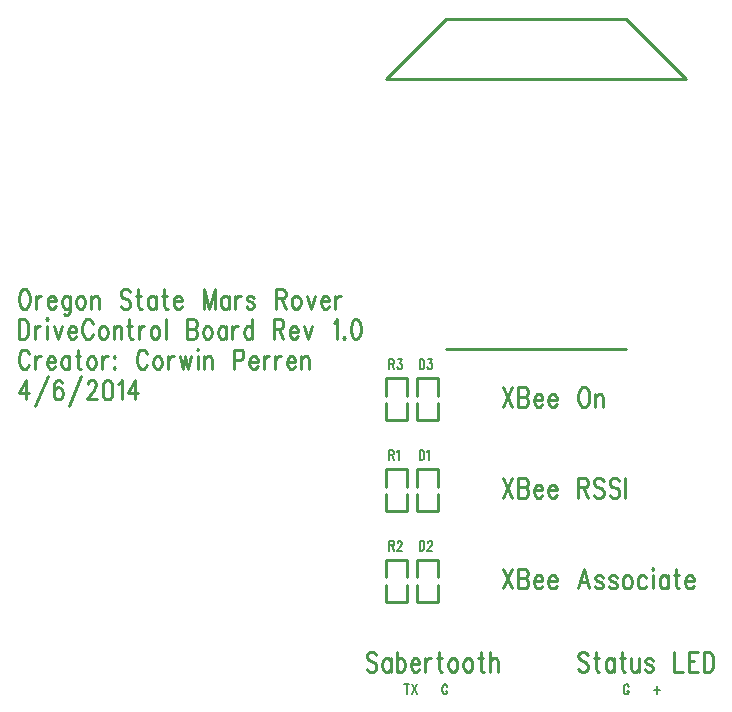
<source format=gto>
*
*
G04 PADS 9.3.1 Build Number: 456998 generated Gerber (RS-274-X) file*
G04 PC Version=2.1*
*
%IN "DriveControl.pcb"*%
*
%MOIN*%
*
%FSLAX35Y35*%
*
*
*
*
G04 PC Standard Apertures*
*
*
G04 Thermal Relief Aperture macro.*
%AMTER*
1,1,$1,0,0*
1,0,$1-$2,0,0*
21,0,$3,$4,0,0,45*
21,0,$3,$4,0,0,135*
%
*
*
G04 Annular Aperture macro.*
%AMANN*
1,1,$1,0,0*
1,0,$2,0,0*
%
*
*
G04 Odd Aperture macro.*
%AMODD*
1,1,$1,0,0*
1,0,$1-0.005,0,0*
%
*
*
G04 PC Custom Aperture Macros*
*
*
*
*
*
*
G04 PC Aperture Table*
*
%ADD010C,0.001*%
%ADD011C,0.01*%
%ADD192C,0.00504*%
*
*
*
*
G04 PC Circuitry*
G04 Layer Name DriveControl.pcb - circuitry*
%LPD*%
*
*
G04 PC Custom Flashes*
G04 Layer Name DriveControl.pcb - flashes*
%LPD*%
*
*
G04 PC Circuitry*
G04 Layer Name DriveControl.pcb - circuitry*
%LPD*%
*
G54D10*
G54D11*
G01X159720Y99468D02*
Y105268D01*
X152720*
Y99468*
X159720Y97068D02*
Y91268D01*
X152720*
Y97068*
X159720Y69231D02*
Y75031D01*
X152720*
Y69231*
X159720Y66831D02*
Y61031D01*
X152720*
Y66831*
X149642Y69231D02*
Y75031D01*
X142642*
Y69231*
X149642Y66831D02*
Y61031D01*
X142642*
Y66831*
X149642Y99468D02*
Y105268D01*
X142642*
Y99468*
X149642Y97068D02*
Y91268D01*
X142642*
Y97068*
X159720Y129704D02*
Y135504D01*
X152720*
Y129704*
X159720Y127304D02*
Y121504D01*
X152720*
Y127304*
X149642Y129704D02*
Y135504D01*
X142642*
Y129704*
X149642Y127304D02*
Y121504D01*
X142642*
Y127304*
X139245Y43420D02*
X138790Y44045D01*
X138108Y44358*
X137199*
X136518Y44045*
X136063Y43420*
Y42795*
X136290Y42170*
X136518Y41858*
X136972Y41545*
X138336Y40920*
X138790Y40608*
X139018Y40295*
X139245Y39670*
Y38733*
X138790Y38108*
X138108Y37795*
X137199*
X136518Y38108*
X136063Y38733*
X144018Y42170D02*
Y37795D01*
Y41233D02*
X143563Y41858D01*
X143108Y42170*
X142427*
X141972Y41858*
X141518Y41233*
X141290Y40295*
Y39670*
X141518Y38733*
X141972Y38108*
X142427Y37795*
X143108*
X143563Y38108*
X144018Y38733*
X146063Y44358D02*
Y37795D01*
Y41233D02*
X146518Y41858D01*
X146972Y42170*
X147654*
X148108Y41858*
X148563Y41233*
X148790Y40295*
Y39670*
X148563Y38733*
X148108Y38108*
X147654Y37795*
X146972*
X146518Y38108*
X146063Y38733*
X150836Y40295D02*
X153563D01*
Y40920*
X153336Y41545*
X153108Y41858*
X152654Y42170*
X151972*
X151518Y41858*
X151063Y41233*
X150836Y40295*
Y39670*
X151063Y38733*
X151518Y38108*
X151972Y37795*
X152654*
X153108Y38108*
X153563Y38733*
X155608Y42170D02*
Y37795D01*
Y40295D02*
X155836Y41233D01*
X156290Y41858*
X156745Y42170*
X157427*
X160154Y44358D02*
Y39045D01*
X160381Y38108*
X160836Y37795*
X161290*
X159472Y42170D02*
X161063D01*
X164472D02*
X164018Y41858D01*
X163563Y41233*
X163336Y40295*
Y39670*
X163563Y38733*
X164018Y38108*
X164472Y37795*
X165154*
X165608Y38108*
X166063Y38733*
X166290Y39670*
Y40295*
X166063Y41233*
X165608Y41858*
X165154Y42170*
X164472*
X169472D02*
X169018Y41858D01*
X168563Y41233*
X168336Y40295*
Y39670*
X168563Y38733*
X169018Y38108*
X169472Y37795*
X170154*
X170608Y38108*
X171063Y38733*
X171290Y39670*
Y40295*
X171063Y41233*
X170608Y41858*
X170154Y42170*
X169472*
X174018Y44358D02*
Y39045D01*
X174245Y38108*
X174699Y37795*
X175154*
X173336Y42170D02*
X174927D01*
X177199Y44358D02*
Y37795D01*
Y40920D02*
X177881Y41858D01*
X178336Y42170*
X179018*
X179472Y41858*
X179699Y40920*
Y37795*
X181417Y132547D02*
X184599Y125984D01*
Y132547D02*
X181417Y125984D01*
X186645Y132547D02*
Y125984D01*
Y132547D02*
X188690D01*
X189372Y132234*
X189599Y131922*
X189826Y131297*
Y130672*
X189599Y130047*
X189372Y129734*
X188690Y129422*
X186645D02*
X188690D01*
X189372Y129109*
X189599Y128797*
X189826Y128172*
Y127234*
X189599Y126609*
X189372Y126297*
X188690Y125984*
X186645*
X191872Y128484D02*
X194599D01*
Y129109*
X194372Y129734*
X194145Y130047*
X193690Y130359*
X193008*
X192554Y130047*
X192099Y129422*
X191872Y128484*
Y127859*
X192099Y126922*
X192554Y126297*
X193008Y125984*
X193690*
X194145Y126297*
X194599Y126922*
X196645Y128484D02*
X199372D01*
Y129109*
X199145Y129734*
X198917Y130047*
X198463Y130359*
X197781*
X197326Y130047*
X196872Y129422*
X196645Y128484*
Y127859*
X196872Y126922*
X197326Y126297*
X197781Y125984*
X198463*
X198917Y126297*
X199372Y126922*
X208008Y132547D02*
X207554Y132234D01*
X207099Y131609*
X206872Y130984*
X206645Y130047*
Y128484*
X206872Y127547*
X207099Y126922*
X207554Y126297*
X208008Y125984*
X208917*
X209372Y126297*
X209826Y126922*
X210054Y127547*
X210281Y128484*
Y130047*
X210054Y130984*
X209826Y131609*
X209372Y132234*
X208917Y132547*
X208008*
X212326Y130359D02*
Y125984D01*
Y129109D02*
X213008Y130047D01*
X213463Y130359*
X214145*
X214599Y130047*
X214826Y129109*
Y125984*
X181417Y102311D02*
X184599Y95748D01*
Y102311D02*
X181417Y95748D01*
X186645Y102311D02*
Y95748D01*
Y102311D02*
X188690D01*
X189372Y101998*
X189599Y101686*
X189826Y101061*
Y100436*
X189599Y99811*
X189372Y99498*
X188690Y99186*
X186645D02*
X188690D01*
X189372Y98873*
X189599Y98561*
X189826Y97936*
Y96998*
X189599Y96373*
X189372Y96061*
X188690Y95748*
X186645*
X191872Y98248D02*
X194599D01*
Y98873*
X194372Y99498*
X194145Y99811*
X193690Y100123*
X193008*
X192554Y99811*
X192099Y99186*
X191872Y98248*
Y97623*
X192099Y96686*
X192554Y96061*
X193008Y95748*
X193690*
X194145Y96061*
X194599Y96686*
X196645Y98248D02*
X199372D01*
Y98873*
X199145Y99498*
X198917Y99811*
X198463Y100123*
X197781*
X197326Y99811*
X196872Y99186*
X196645Y98248*
Y97623*
X196872Y96686*
X197326Y96061*
X197781Y95748*
X198463*
X198917Y96061*
X199372Y96686*
X206645Y102311D02*
Y95748D01*
Y102311D02*
X208690D01*
X209372Y101998*
X209599Y101686*
X209826Y101061*
Y100436*
X209599Y99811*
X209372Y99498*
X208690Y99186*
X206645*
X208236D02*
X209826Y95748D01*
X215054Y101373D02*
X214599Y101998D01*
X213917Y102311*
X213008*
X212326Y101998*
X211872Y101373*
Y100748*
X212099Y100123*
X212326Y99811*
X212781Y99498*
X214145Y98873*
X214599Y98561*
X214826Y98248*
X215054Y97623*
Y96686*
X214599Y96061*
X213917Y95748*
X213008*
X212326Y96061*
X211872Y96686*
X220281Y101373D02*
X219826Y101998D01*
X219145Y102311*
X218236*
X217554Y101998*
X217099Y101373*
Y100748*
X217326Y100123*
X217554Y99811*
X218008Y99498*
X219372Y98873*
X219826Y98561*
X220054Y98248*
X220281Y97623*
Y96686*
X219826Y96061*
X219145Y95748*
X218236*
X217554Y96061*
X217099Y96686*
X222326Y102311D02*
Y95748D01*
X181417Y72074D02*
X184599Y65512D01*
Y72074D02*
X181417Y65512D01*
X186645Y72074D02*
Y65512D01*
Y72074D02*
X188690D01*
X189372Y71762*
X189599Y71449*
X189826Y70824*
Y70199*
X189599Y69574*
X189372Y69262*
X188690Y68949*
X186645D02*
X188690D01*
X189372Y68637*
X189599Y68324*
X189826Y67699*
Y66762*
X189599Y66137*
X189372Y65824*
X188690Y65512*
X186645*
X191872Y68012D02*
X194599D01*
Y68637*
X194372Y69262*
X194145Y69574*
X193690Y69887*
X193008*
X192554Y69574*
X192099Y68949*
X191872Y68012*
Y67387*
X192099Y66449*
X192554Y65824*
X193008Y65512*
X193690*
X194145Y65824*
X194599Y66449*
X196645Y68012D02*
X199372D01*
Y68637*
X199145Y69262*
X198917Y69574*
X198463Y69887*
X197781*
X197326Y69574*
X196872Y68949*
X196645Y68012*
Y67387*
X196872Y66449*
X197326Y65824*
X197781Y65512*
X198463*
X198917Y65824*
X199372Y66449*
X208463Y72074D02*
X206645Y65512D01*
X208463Y72074D02*
X210281Y65512D01*
X207326Y67699D02*
X209599D01*
X214826Y68949D02*
X214599Y69574D01*
X213917Y69887*
X213236*
X212554Y69574*
X212326Y68949*
X212554Y68324*
X213008Y68012*
X214145Y67699*
X214599Y67387*
X214826Y66762*
Y66449*
X214599Y65824*
X213917Y65512*
X213236*
X212554Y65824*
X212326Y66449*
X219372Y68949D02*
X219145Y69574D01*
X218463Y69887*
X217781*
X217099Y69574*
X216872Y68949*
X217099Y68324*
X217554Y68012*
X218690Y67699*
X219145Y67387*
X219372Y66762*
Y66449*
X219145Y65824*
X218463Y65512*
X217781*
X217099Y65824*
X216872Y66449*
X222554Y69887D02*
X222099Y69574D01*
X221645Y68949*
X221417Y68012*
Y67387*
X221645Y66449*
X222099Y65824*
X222554Y65512*
X223236*
X223690Y65824*
X224145Y66449*
X224372Y67387*
Y68012*
X224145Y68949*
X223690Y69574*
X223236Y69887*
X222554*
X229145Y68949D02*
X228690Y69574D01*
X228236Y69887*
X227554*
X227099Y69574*
X226645Y68949*
X226417Y68012*
Y67387*
X226645Y66449*
X227099Y65824*
X227554Y65512*
X228236*
X228690Y65824*
X229145Y66449*
X231190Y72074D02*
X231417Y71762D01*
X231645Y72074*
X231417Y72387*
X231190Y72074*
X231417Y69887D02*
Y65512D01*
X236417Y69887D02*
Y65512D01*
Y68949D02*
X235963Y69574D01*
X235508Y69887*
X234826*
X234372Y69574*
X233917Y68949*
X233690Y68012*
Y67387*
X233917Y66449*
X234372Y65824*
X234826Y65512*
X235508*
X235963Y65824*
X236417Y66449*
X239145Y72074D02*
Y66762D01*
X239372Y65824*
X239826Y65512*
X240281*
X238463Y69887D02*
X240054D01*
X242326Y68012D02*
X245054D01*
Y68637*
X244826Y69262*
X244599Y69574*
X244145Y69887*
X243463*
X243008Y69574*
X242554Y68949*
X242326Y68012*
Y67387*
X242554Y66449*
X243008Y65824*
X243463Y65512*
X244145*
X244599Y65824*
X245054Y66449*
X209796Y43420D02*
X209341Y44045D01*
X208660Y44358*
X207751*
X207069Y44045*
X206614Y43420*
Y42795*
X206841Y42170*
X207069Y41858*
X207523Y41545*
X208887Y40920*
X209341Y40608*
X209569Y40295*
X209796Y39670*
Y38733*
X209341Y38108*
X208660Y37795*
X207751*
X207069Y38108*
X206614Y38733*
X212523Y44358D02*
Y39045D01*
X212751Y38108*
X213205Y37795*
X213660*
X211841Y42170D02*
X213432D01*
X218432D02*
Y37795D01*
Y41233D02*
X217978Y41858D01*
X217523Y42170*
X216841*
X216387Y41858*
X215932Y41233*
X215705Y40295*
Y39670*
X215932Y38733*
X216387Y38108*
X216841Y37795*
X217523*
X217978Y38108*
X218432Y38733*
X221160Y44358D02*
Y39045D01*
X221387Y38108*
X221841Y37795*
X222296*
X220478Y42170D02*
X222069D01*
X224341D02*
Y39045D01*
X224569Y38108*
X225023Y37795*
X225705*
X226160Y38108*
X226841Y39045*
Y42170D02*
Y37795D01*
X231387Y41233D02*
X231160Y41858D01*
X230478Y42170*
X229796*
X229114Y41858*
X228887Y41233*
X229114Y40608*
X229569Y40295*
X230705Y39983*
X231160Y39670*
X231387Y39045*
Y38733*
X231160Y38108*
X230478Y37795*
X229796*
X229114Y38108*
X228887Y38733*
X238660Y44358D02*
Y37795D01*
X241387*
X243432Y44358D02*
Y37795D01*
Y44358D02*
X246387D01*
X243432Y41233D02*
X245251D01*
X243432Y37795D02*
X246387D01*
X248432Y44358D02*
Y37795D01*
Y44358D02*
X250023D01*
X250705Y44045*
X251160Y43420*
X251387Y42795*
X251614Y41858*
Y40295*
X251387Y39358*
X251160Y38733*
X250705Y38108*
X250023Y37795*
X248432*
X20157Y155224D02*
Y148661D01*
Y155224D02*
X21748D01*
X22430Y154911*
X22885Y154286*
X23112Y153661*
X23339Y152724*
Y151161*
X23112Y150224*
X22885Y149599*
X22430Y148974*
X21748Y148661*
X20157*
X25385Y153036D02*
Y148661D01*
Y151161D02*
X25612Y152099D01*
X26067Y152724*
X26521Y153036*
X27203*
X29248Y155224D02*
X29476Y154911D01*
X29703Y155224*
X29476Y155536*
X29248Y155224*
X29476Y153036D02*
Y148661D01*
X31748Y153036D02*
X33112Y148661D01*
X34476Y153036D02*
X33112Y148661D01*
X36521Y151161D02*
X39248D01*
Y151786*
X39021Y152411*
X38794Y152724*
X38339Y153036*
X37657*
X37203Y152724*
X36748Y152099*
X36521Y151161*
Y150536*
X36748Y149599*
X37203Y148974*
X37657Y148661*
X38339*
X38794Y148974*
X39248Y149599*
X44703Y153661D02*
X44476Y154286D01*
X44021Y154911*
X43567Y155224*
X42657*
X42203Y154911*
X41748Y154286*
X41521Y153661*
X41294Y152724*
Y151161*
X41521Y150224*
X41748Y149599*
X42203Y148974*
X42657Y148661*
X43567*
X44021Y148974*
X44476Y149599*
X44703Y150224*
X47885Y153036D02*
X47430Y152724D01*
X46976Y152099*
X46748Y151161*
Y150536*
X46976Y149599*
X47430Y148974*
X47885Y148661*
X48567*
X49021Y148974*
X49476Y149599*
X49703Y150536*
Y151161*
X49476Y152099*
X49021Y152724*
X48567Y153036*
X47885*
X51748D02*
Y148661D01*
Y151786D02*
X52430Y152724D01*
X52885Y153036*
X53567*
X54021Y152724*
X54248Y151786*
Y148661*
X56976Y155224D02*
Y149911D01*
X57203Y148974*
X57657Y148661*
X58112*
X56294Y153036D02*
X57885D01*
X60157D02*
Y148661D01*
Y151161D02*
X60385Y152099D01*
X60839Y152724*
X61294Y153036*
X61976*
X65157D02*
X64703Y152724D01*
X64248Y152099*
X64021Y151161*
Y150536*
X64248Y149599*
X64703Y148974*
X65157Y148661*
X65839*
X66294Y148974*
X66748Y149599*
X66976Y150536*
Y151161*
X66748Y152099*
X66294Y152724*
X65839Y153036*
X65157*
X69021Y155224D02*
Y148661D01*
X76294Y155224D02*
Y148661D01*
Y155224D02*
X78339D01*
X79021Y154911*
X79248Y154599*
X79476Y153974*
Y153349*
X79248Y152724*
X79021Y152411*
X78339Y152099*
X76294D02*
X78339D01*
X79021Y151786*
X79248Y151474*
X79476Y150849*
Y149911*
X79248Y149286*
X79021Y148974*
X78339Y148661*
X76294*
X82657Y153036D02*
X82203Y152724D01*
X81748Y152099*
X81521Y151161*
Y150536*
X81748Y149599*
X82203Y148974*
X82657Y148661*
X83339*
X83794Y148974*
X84248Y149599*
X84476Y150536*
Y151161*
X84248Y152099*
X83794Y152724*
X83339Y153036*
X82657*
X89248D02*
Y148661D01*
Y152099D02*
X88794Y152724D01*
X88339Y153036*
X87657*
X87203Y152724*
X86748Y152099*
X86521Y151161*
Y150536*
X86748Y149599*
X87203Y148974*
X87657Y148661*
X88339*
X88794Y148974*
X89248Y149599*
X91294Y153036D02*
Y148661D01*
Y151161D02*
X91521Y152099D01*
X91976Y152724*
X92430Y153036*
X93112*
X97885Y155224D02*
Y148661D01*
Y152099D02*
X97430Y152724D01*
X96976Y153036*
X96294*
X95839Y152724*
X95385Y152099*
X95157Y151161*
Y150536*
X95385Y149599*
X95839Y148974*
X96294Y148661*
X96976*
X97430Y148974*
X97885Y149599*
X105157Y155224D02*
Y148661D01*
Y155224D02*
X107203D01*
X107885Y154911*
X108112Y154599*
X108339Y153974*
Y153349*
X108112Y152724*
X107885Y152411*
X107203Y152099*
X105157*
X106748D02*
X108339Y148661D01*
X110385Y151161D02*
X113112D01*
Y151786*
X112885Y152411*
X112657Y152724*
X112203Y153036*
X111521*
X111067Y152724*
X110612Y152099*
X110385Y151161*
Y150536*
X110612Y149599*
X111067Y148974*
X111521Y148661*
X112203*
X112657Y148974*
X113112Y149599*
X115157Y153036D02*
X116521Y148661D01*
X117885Y153036D02*
X116521Y148661D01*
X125157Y153974D02*
X125612Y154286D01*
X126294Y155224*
Y148661*
X128567Y149286D02*
X128339Y148974D01*
X128567Y148661*
X128794Y148974*
X128567Y149286*
X132203Y155224D02*
X131521Y154911D01*
X131067Y153974*
X130839Y152411*
Y151474*
X131067Y149911*
X131521Y148974*
X132203Y148661*
X132657*
X133339Y148974*
X133794Y149911*
X134021Y151474*
Y152411*
X133794Y153974*
X133339Y154911*
X132657Y155224*
X132203*
X23567Y143583D02*
X23339Y144208D01*
X22885Y144833*
X22430Y145145*
X21521*
X21067Y144833*
X20612Y144208*
X20385Y143583*
X20157Y142645*
Y141083*
X20385Y140145*
X20612Y139520*
X21067Y138895*
X21521Y138583*
X22430*
X22885Y138895*
X23339Y139520*
X23567Y140145*
X25612Y142958D02*
Y138583D01*
Y141083D02*
X25839Y142020D01*
X26294Y142645*
X26748Y142958*
X27430*
X29476Y141083D02*
X32203D01*
Y141708*
X31976Y142333*
X31748Y142645*
X31294Y142958*
X30612*
X30157Y142645*
X29703Y142020*
X29476Y141083*
Y140458*
X29703Y139520*
X30157Y138895*
X30612Y138583*
X31294*
X31748Y138895*
X32203Y139520*
X36976Y142958D02*
Y138583D01*
Y142020D02*
X36521Y142645D01*
X36067Y142958*
X35385*
X34930Y142645*
X34476Y142020*
X34248Y141083*
Y140458*
X34476Y139520*
X34930Y138895*
X35385Y138583*
X36067*
X36521Y138895*
X36976Y139520*
X39703Y145145D02*
Y139833D01*
X39930Y138895*
X40385Y138583*
X40839*
X39021Y142958D02*
X40612D01*
X44021D02*
X43567Y142645D01*
X43112Y142020*
X42885Y141083*
Y140458*
X43112Y139520*
X43567Y138895*
X44021Y138583*
X44703*
X45157Y138895*
X45612Y139520*
X45839Y140458*
Y141083*
X45612Y142020*
X45157Y142645*
X44703Y142958*
X44021*
X47885D02*
Y138583D01*
Y141083D02*
X48112Y142020D01*
X48567Y142645*
X49021Y142958*
X49703*
X51976D02*
X51748Y142645D01*
X51976Y142333*
X52203Y142645*
X51976Y142958*
Y139208D02*
X51748Y138895D01*
X51976Y138583*
X52203Y138895*
X51976Y139208*
X62885Y143583D02*
X62657Y144208D01*
X62203Y144833*
X61748Y145145*
X60839*
X60385Y144833*
X59930Y144208*
X59703Y143583*
X59476Y142645*
Y141083*
X59703Y140145*
X59930Y139520*
X60385Y138895*
X60839Y138583*
X61748*
X62203Y138895*
X62657Y139520*
X62885Y140145*
X66067Y142958D02*
X65612Y142645D01*
X65157Y142020*
X64930Y141083*
Y140458*
X65157Y139520*
X65612Y138895*
X66067Y138583*
X66748*
X67203Y138895*
X67657Y139520*
X67885Y140458*
Y141083*
X67657Y142020*
X67203Y142645*
X66748Y142958*
X66067*
X69930D02*
Y138583D01*
Y141083D02*
X70157Y142020D01*
X70612Y142645*
X71067Y142958*
X71748*
X73794D02*
X74703Y138583D01*
X75612Y142958D02*
X74703Y138583D01*
X75612Y142958D02*
X76521Y138583D01*
X77430Y142958D02*
X76521Y138583D01*
X79476Y145145D02*
X79703Y144833D01*
X79930Y145145*
X79703Y145458*
X79476Y145145*
X79703Y142958D02*
Y138583D01*
X81976Y142958D02*
Y138583D01*
Y141708D02*
X82657Y142645D01*
X83112Y142958*
X83794*
X84248Y142645*
X84476Y141708*
Y138583*
X91748Y145145D02*
Y138583D01*
Y145145D02*
X93794D01*
X94476Y144833*
X94703Y144520*
X94930Y143895*
Y142958*
X94703Y142333*
X94476Y142020*
X93794Y141708*
X91748*
X96976Y141083D02*
X99703D01*
Y141708*
X99476Y142333*
X99248Y142645*
X98794Y142958*
X98112*
X97657Y142645*
X97203Y142020*
X96976Y141083*
Y140458*
X97203Y139520*
X97657Y138895*
X98112Y138583*
X98794*
X99248Y138895*
X99703Y139520*
X101748Y142958D02*
Y138583D01*
Y141083D02*
X101976Y142020D01*
X102430Y142645*
X102885Y142958*
X103567*
X105612D02*
Y138583D01*
Y141083D02*
X105839Y142020D01*
X106294Y142645*
X106748Y142958*
X107430*
X109476Y141083D02*
X112203D01*
Y141708*
X111976Y142333*
X111748Y142645*
X111294Y142958*
X110612*
X110157Y142645*
X109703Y142020*
X109476Y141083*
Y140458*
X109703Y139520*
X110157Y138895*
X110612Y138583*
X111294*
X111748Y138895*
X112203Y139520*
X114248Y142958D02*
Y138583D01*
Y141708D02*
X114930Y142645D01*
X115385Y142958*
X116067*
X116521Y142645*
X116748Y141708*
Y138583*
X22430Y135066D02*
X20157Y130691D01*
X23567*
X22430Y135066D02*
Y128504D01*
X29703Y136316D02*
X25612Y126316D01*
X34476Y134129D02*
X34248Y134754D01*
X33567Y135066*
X33112*
X32430Y134754*
X31976Y133816*
X31748Y132254*
Y130691*
X31976Y129441*
X32430Y128816*
X33112Y128504*
X33339*
X34021Y128816*
X34476Y129441*
X34703Y130379*
Y130691*
X34476Y131629*
X34021Y132254*
X33339Y132566*
X33112*
X32430Y132254*
X31976Y131629*
X31748Y130691*
X40839Y136316D02*
X36748Y126316D01*
X43112Y133504D02*
Y133816D01*
X43339Y134441*
X43567Y134754*
X44021Y135066*
X44930*
X45385Y134754*
X45612Y134441*
X45839Y133816*
Y133191*
X45612Y132566*
X45157Y131629*
X42885Y128504*
X46067*
X49476Y135066D02*
X48794Y134754D01*
X48339Y133816*
X48112Y132254*
Y131316*
X48339Y129754*
X48794Y128816*
X49476Y128504*
X49930*
X50612Y128816*
X51067Y129754*
X51294Y131316*
Y132254*
X51067Y133816*
X50612Y134754*
X49930Y135066*
X49476*
X53339Y133816D02*
X53794Y134129D01*
X54476Y135066*
Y128504*
X58794Y135066D02*
X56521Y130691D01*
X59930*
X58794Y135066D02*
Y128504D01*
X21521Y165303D02*
X21067Y164990D01*
X20612Y164365*
X20385Y163740*
X20157Y162803*
Y161240*
X20385Y160303*
X20612Y159678*
X21067Y159053*
X21521Y158740*
X22430*
X22885Y159053*
X23339Y159678*
X23567Y160303*
X23794Y161240*
Y162803*
X23567Y163740*
X23339Y164365*
X22885Y164990*
X22430Y165303*
X21521*
X25839Y163115D02*
Y158740D01*
Y161240D02*
X26067Y162178D01*
X26521Y162803*
X26976Y163115*
X27657*
X29703Y161240D02*
X32430D01*
Y161865*
X32203Y162490*
X31976Y162803*
X31521Y163115*
X30839*
X30385Y162803*
X29930Y162178*
X29703Y161240*
Y160615*
X29930Y159678*
X30385Y159053*
X30839Y158740*
X31521*
X31976Y159053*
X32430Y159678*
X37203Y163115D02*
Y158115D01*
X36976Y157178*
X36748Y156865*
X36294Y156553*
X35612*
X35157Y156865*
X37203Y162178D02*
X36748Y162803D01*
X36294Y163115*
X35612*
X35157Y162803*
X34703Y162178*
X34476Y161240*
Y160615*
X34703Y159678*
X35157Y159053*
X35612Y158740*
X36294*
X36748Y159053*
X37203Y159678*
X40385Y163115D02*
X39930Y162803D01*
X39476Y162178*
X39248Y161240*
Y160615*
X39476Y159678*
X39930Y159053*
X40385Y158740*
X41067*
X41521Y159053*
X41976Y159678*
X42203Y160615*
Y161240*
X41976Y162178*
X41521Y162803*
X41067Y163115*
X40385*
X44248D02*
Y158740D01*
Y161865D02*
X44930Y162803D01*
X45385Y163115*
X46067*
X46521Y162803*
X46748Y161865*
Y158740*
X57203Y164365D02*
X56748Y164990D01*
X56067Y165303*
X55157*
X54476Y164990*
X54021Y164365*
Y163740*
X54248Y163115*
X54476Y162803*
X54930Y162490*
X56294Y161865*
X56748Y161553*
X56976Y161240*
X57203Y160615*
Y159678*
X56748Y159053*
X56067Y158740*
X55157*
X54476Y159053*
X54021Y159678*
X59930Y165303D02*
Y159990D01*
X60157Y159053*
X60612Y158740*
X61067*
X59248Y163115D02*
X60839D01*
X65839D02*
Y158740D01*
Y162178D02*
X65385Y162803D01*
X64930Y163115*
X64248*
X63794Y162803*
X63339Y162178*
X63112Y161240*
Y160615*
X63339Y159678*
X63794Y159053*
X64248Y158740*
X64930*
X65385Y159053*
X65839Y159678*
X68567Y165303D02*
Y159990D01*
X68794Y159053*
X69248Y158740*
X69703*
X67885Y163115D02*
X69476D01*
X71748Y161240D02*
X74476D01*
Y161865*
X74248Y162490*
X74021Y162803*
X73567Y163115*
X72885*
X72430Y162803*
X71976Y162178*
X71748Y161240*
Y160615*
X71976Y159678*
X72430Y159053*
X72885Y158740*
X73567*
X74021Y159053*
X74476Y159678*
X81748Y165303D02*
Y158740D01*
Y165303D02*
X83567Y158740D01*
X85385Y165303D02*
X83567Y158740D01*
X85385Y165303D02*
Y158740D01*
X90157Y163115D02*
Y158740D01*
Y162178D02*
X89703Y162803D01*
X89248Y163115*
X88567*
X88112Y162803*
X87657Y162178*
X87430Y161240*
Y160615*
X87657Y159678*
X88112Y159053*
X88567Y158740*
X89248*
X89703Y159053*
X90157Y159678*
X92203Y163115D02*
Y158740D01*
Y161240D02*
X92430Y162178D01*
X92885Y162803*
X93339Y163115*
X94021*
X98567Y162178D02*
X98339Y162803D01*
X97657Y163115*
X96976*
X96294Y162803*
X96067Y162178*
X96294Y161553*
X96748Y161240*
X97885Y160928*
X98339Y160615*
X98567Y159990*
Y159678*
X98339Y159053*
X97657Y158740*
X96976*
X96294Y159053*
X96067Y159678*
X105839Y165303D02*
Y158740D01*
Y165303D02*
X107885D01*
X108567Y164990*
X108794Y164678*
X109021Y164053*
Y163428*
X108794Y162803*
X108567Y162490*
X107885Y162178*
X105839*
X107430D02*
X109021Y158740D01*
X112203Y163115D02*
X111748Y162803D01*
X111294Y162178*
X111067Y161240*
Y160615*
X111294Y159678*
X111748Y159053*
X112203Y158740*
X112885*
X113339Y159053*
X113794Y159678*
X114021Y160615*
Y161240*
X113794Y162178*
X113339Y162803*
X112885Y163115*
X112203*
X116067D02*
X117430Y158740D01*
X118794Y163115D02*
X117430Y158740D01*
X120839Y161240D02*
X123567D01*
Y161865*
X123339Y162490*
X123112Y162803*
X122657Y163115*
X121976*
X121521Y162803*
X121067Y162178*
X120839Y161240*
Y160615*
X121067Y159678*
X121521Y159053*
X121976Y158740*
X122657*
X123112Y159053*
X123567Y159678*
X125612Y163115D02*
Y158740D01*
Y161240D02*
X125839Y162178D01*
X126294Y162803*
X126748Y163115*
X127430*
X142520Y235433D02*
X162520Y255433D01*
X222520*
X242520Y235433*
X142520*
X162520Y145433D02*
X222520D01*
G54D192*
X153701Y111654D02*
Y108346D01*
Y111654D02*
X154503D01*
X154846Y111496*
X155075Y111181*
X155190Y110866*
X155304Y110394*
Y109606*
X155190Y109134*
X155075Y108819*
X154846Y108504*
X154503Y108346*
X153701*
X156335Y111024D02*
X156564Y111181D01*
X156908Y111654*
Y108346*
X153701Y81417D02*
Y78110D01*
Y81417D02*
X154503D01*
X154846Y81260*
X155075Y80945*
X155190Y80630*
X155304Y80157*
Y79370*
X155190Y78898*
X155075Y78583*
X154846Y78268*
X154503Y78110*
X153701*
X156450Y80630D02*
Y80787D01*
X156564Y81102*
X156679Y81260*
X156908Y81417*
X157366*
X157595Y81260*
X157709Y81102*
X157824Y80787*
Y80472*
X157709Y80157*
X157480Y79685*
X156335Y78110*
X157938*
X143622Y81417D02*
Y78110D01*
Y81417D02*
X144653D01*
X144996Y81260*
X145111Y81102*
X145225Y80787*
Y80472*
X145111Y80157*
X144996Y80000*
X144653Y79843*
X143622*
X144424D02*
X145225Y78110D01*
X146371Y80630D02*
Y80787D01*
X146485Y81102*
X146600Y81260*
X146829Y81417*
X147287*
X147516Y81260*
X147631Y81102*
X147745Y80787*
Y80472*
X147631Y80157*
X147402Y79685*
X146256Y78110*
X147860*
X143622Y111654D02*
Y108346D01*
Y111654D02*
X144653D01*
X144996Y111496*
X145111Y111339*
X145225Y111024*
Y110709*
X145111Y110394*
X144996Y110236*
X144653Y110079*
X143622*
X144424D02*
X145225Y108346D01*
X146256Y111024D02*
X146485Y111181D01*
X146829Y111654*
Y108346*
X153701Y141890D02*
Y138583D01*
Y141890D02*
X154503D01*
X154846Y141732*
X155075Y141417*
X155190Y141102*
X155304Y140630*
Y139843*
X155190Y139370*
X155075Y139055*
X154846Y138740*
X154503Y138583*
X153701*
X156564Y141890D02*
X157824D01*
X157137Y140630*
X157480*
X157709Y140472*
X157824Y140315*
X157938Y139843*
Y139528*
X157824Y139055*
X157595Y138740*
X157251Y138583*
X156908*
X156564Y138740*
X156450Y138898*
X156335Y139213*
X143622Y141890D02*
Y138583D01*
Y141890D02*
X144653D01*
X144996Y141732*
X145111Y141575*
X145225Y141260*
Y140945*
X145111Y140630*
X144996Y140472*
X144653Y140315*
X143622*
X144424D02*
X145225Y138583D01*
X146485Y141890D02*
X147745D01*
X147058Y140630*
X147402*
X147631Y140472*
X147745Y140315*
X147860Y139843*
Y139528*
X147745Y139055*
X147516Y138740*
X147173Y138583*
X146829*
X146485Y138740*
X146371Y138898*
X146256Y139213*
X162978Y32756D02*
X162863Y33071D01*
X162634Y33386*
X162405Y33543*
X161947*
X161718Y33386*
X161489Y33071*
X161374Y32756*
X161260Y32283*
Y31496*
X161374Y31024*
X161489Y30709*
X161718Y30394*
X161947Y30236*
X162405*
X162634Y30394*
X162863Y30709*
X162978Y31024*
Y31496*
X162405D02*
X162978D01*
X149463Y33543D02*
Y30236D01*
X148661Y33543D02*
X150265D01*
X151296D02*
X152899Y30236D01*
Y33543D02*
X151296Y30236D01*
X223450Y32756D02*
X223336Y33071D01*
X223107Y33386*
X222878Y33543*
X222419*
X222190Y33386*
X221961Y33071*
X221847Y32756*
X221732Y32283*
Y31496*
X221847Y31024*
X221961Y30709*
X222190Y30394*
X222419Y30236*
X222878*
X223107Y30394*
X223336Y30709*
X223450Y31024*
Y31496*
X222878D02*
X223450D01*
X232842Y33071D02*
Y30236D01*
X231811Y31654D02*
X233873D01*
X0Y0D02*
M02*

</source>
